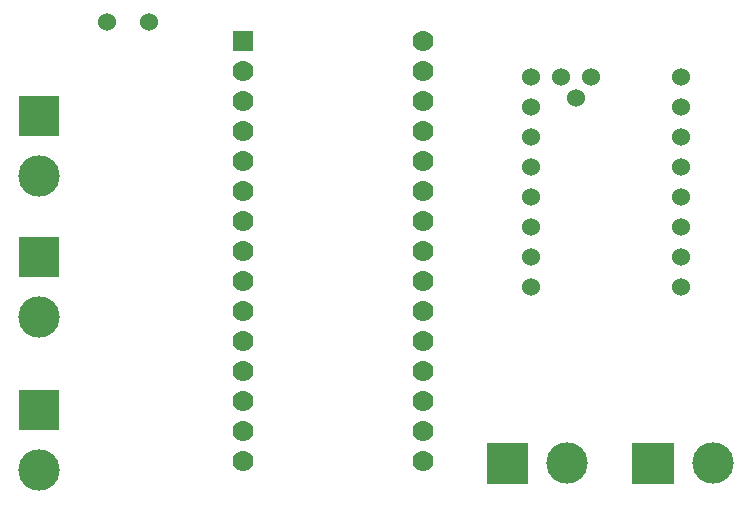
<source format=gtl>
G04 Layer: TopLayer*
G04 EasyEDA v6.4.17, 2021-03-20T19:28:22--4:00*
G04 7650886d5ba747c7849dacbd900289a7,4cc6b0da07df45819412c628e5a569e9,10*
G04 Gerber Generator version 0.2*
G04 Scale: 100 percent, Rotated: No, Reflected: No *
G04 Dimensions in millimeters *
G04 leading zeros omitted , absolute positions ,4 integer and 5 decimal *
%FSLAX45Y45*%
%MOMM*%

%ADD11C,1.5240*%
%ADD12R,3.4999X3.4999*%
%ADD13C,3.4999*%
%ADD14R,1.7780X1.7780*%
%ADD15C,1.7780*%

%LPD*%
D11*
G01*
X6769100Y3365500D03*
G01*
X6769100Y3619500D03*
G01*
X6769100Y3873500D03*
G01*
X6769100Y4127500D03*
G01*
X6769100Y4381500D03*
G01*
X6769100Y4635500D03*
G01*
X6769100Y4889500D03*
G01*
X6769100Y5143500D03*
G01*
X5499100Y5143500D03*
G01*
X5499100Y4889500D03*
G01*
X5499100Y4635500D03*
G01*
X5499100Y4381500D03*
G01*
X5499100Y4127500D03*
G01*
X5499100Y3873500D03*
G01*
X5499100Y3619500D03*
G01*
X5499100Y3365500D03*
G01*
X6007100Y5143500D03*
G01*
X5753100Y5143500D03*
G01*
X5880100Y4965700D03*
G01*
X1905000Y5613400D03*
G01*
X2260600Y5613400D03*
D12*
G01*
X1326311Y4813300D03*
D13*
G01*
X1326286Y4305300D03*
D12*
G01*
X1326311Y2324100D03*
D13*
G01*
X1326286Y1816100D03*
D12*
G01*
X1326311Y3619500D03*
D13*
G01*
X1326286Y3111500D03*
G36*
X5120893Y2047392D02*
G01*
X5470906Y2047392D01*
X5470906Y1697405D01*
X5120893Y1697405D01*
G37*
G01*
X5803900Y1872386D03*
D14*
G01*
X3060700Y5448300D03*
D15*
G01*
X3060700Y5194300D03*
G01*
X3060700Y4940300D03*
G01*
X3060700Y4686300D03*
G01*
X3060700Y4432300D03*
G01*
X3060700Y4178300D03*
G01*
X3060700Y3924300D03*
G01*
X3060700Y3670300D03*
G01*
X3060700Y3416300D03*
G01*
X3060700Y3162300D03*
G01*
X3060700Y2908300D03*
G01*
X3060700Y2654300D03*
G01*
X3060700Y2400300D03*
G01*
X3060700Y2146300D03*
G01*
X3060700Y1892300D03*
G01*
X4584700Y5448300D03*
G01*
X4584700Y5194300D03*
G01*
X4584700Y4940300D03*
G01*
X4584700Y4686300D03*
G01*
X4584700Y4432300D03*
G01*
X4584700Y4178300D03*
G01*
X4584700Y3924300D03*
G01*
X4584700Y3670300D03*
G01*
X4584700Y3416300D03*
G01*
X4584700Y3162300D03*
G01*
X4584700Y2908300D03*
G01*
X4584700Y2654300D03*
G01*
X4584700Y2400300D03*
G01*
X4584700Y2146300D03*
G01*
X4584700Y1892300D03*
G36*
X6352793Y2047392D02*
G01*
X6702806Y2047392D01*
X6702806Y1697405D01*
X6352793Y1697405D01*
G37*
D13*
G01*
X7035800Y1872386D03*
M02*

</source>
